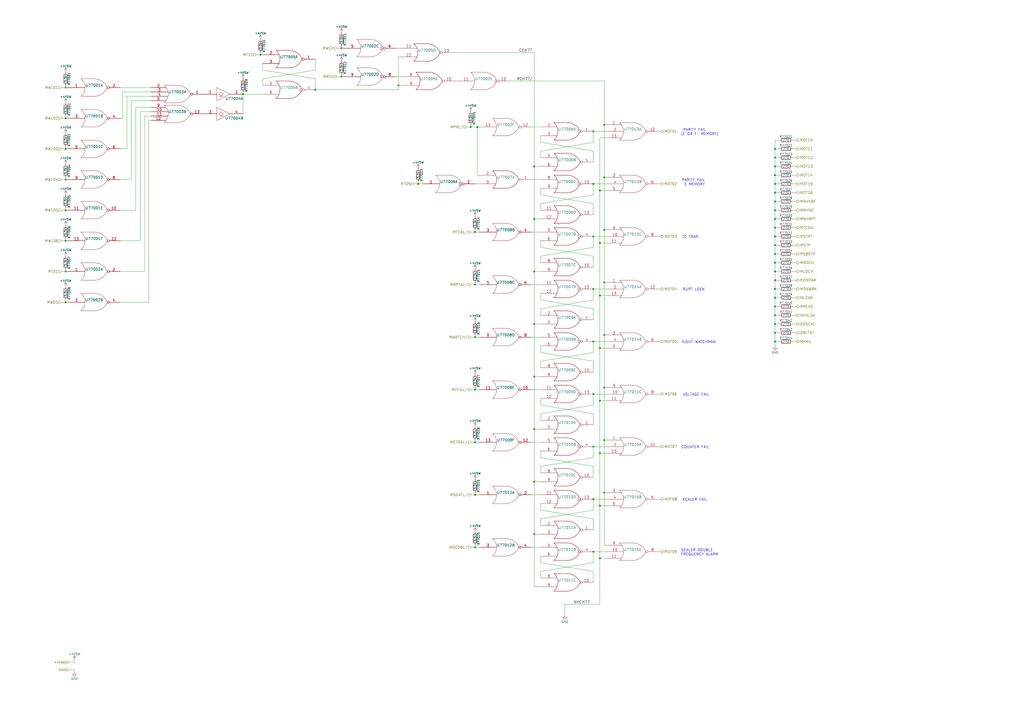
<source format=kicad_sch>
(kicad_sch (version 20211123) (generator eeschema)
  (paper "A2")
  (junction (at 449.58 116.84))
  (junction (at 38.1 139.7))
  (junction (at 449.58 91.44))
  (junction (at 449.58 106.68))
  (junction (at 151.13 31.75))
  (junction (at 347.98 262.89))
  (junction (at 449.58 167.64))
  (junction (at 140.97 54.61))
  (junction (at 347.98 323.85))
  (junction (at 231.14 49.53))
  (junction (at 275.59 226.06))
  (junction (at 449.58 86.36))
  (junction (at 449.58 177.8))
  (junction (at 275.59 165.1))
  (junction (at 449.58 187.96))
  (junction (at 309.88 127))
  (junction (at 344.17 259.08))
  (junction (at 350.52 163.83))
  (junction (at 449.58 147.32))
  (junction (at 242.57 106.68))
  (junction (at 275.59 195.58))
  (junction (at 350.52 285.75))
  (junction (at 449.58 152.4))
  (junction (at 309.88 309.88))
  (junction (at 449.58 162.56))
  (junction (at 38.1 121.92))
  (junction (at 309.88 279.4))
  (junction (at 198.12 27.94))
  (junction (at 449.58 96.52))
  (junction (at 449.58 198.12))
  (junction (at 38.1 86.36))
  (junction (at 449.58 182.88))
  (junction (at 449.58 121.92))
  (junction (at 344.17 198.12))
  (junction (at 449.58 111.76))
  (junction (at 38.1 157.48))
  (junction (at 449.58 101.6))
  (junction (at 38.1 50.8))
  (junction (at 309.88 187.96))
  (junction (at 350.52 102.87))
  (junction (at 344.17 320.04))
  (junction (at 38.1 68.58))
  (junction (at 347.98 293.37))
  (junction (at 344.17 137.16))
  (junction (at 347.98 201.93))
  (junction (at 182.88 52.07))
  (junction (at 38.1 104.14))
  (junction (at 347.98 140.97))
  (junction (at 350.52 133.35))
  (junction (at 198.12 44.45))
  (junction (at 344.17 289.56))
  (junction (at 309.88 248.92))
  (junction (at 449.58 137.16))
  (junction (at 275.59 134.62))
  (junction (at 449.58 142.24))
  (junction (at 344.17 228.6))
  (junction (at 276.86 73.66))
  (junction (at 347.98 171.45))
  (junction (at 344.17 106.68))
  (junction (at 347.98 110.49))
  (junction (at 350.52 224.79))
  (junction (at 344.17 167.64))
  (junction (at 273.05 73.66))
  (junction (at 449.58 127))
  (junction (at 275.59 287.02))
  (junction (at 449.58 157.48))
  (junction (at 309.88 96.52))
  (junction (at 449.58 172.72))
  (junction (at 344.17 76.2))
  (junction (at 309.88 157.48))
  (junction (at 350.52 255.27))
  (junction (at 275.59 256.54))
  (junction (at 449.58 132.08))
  (junction (at 347.98 232.41))
  (junction (at 309.88 218.44))
  (junction (at 449.58 193.04))
  (junction (at 275.59 317.5))
  (junction (at 38.1 175.26))
  (junction (at 350.52 72.39))
  (junction (at 350.52 194.31))
  (wire (pts (xy 71.12 68.58) (xy 71.12 53.34)))
  (wire (pts (xy 275.59 317.5) (xy 275.59 316.23)))
  (wire (pts (xy 462.28 137.16) (xy 459.74 137.16)))
  (wire (pts (xy 275.59 134.62) (xy 278.13 134.62)))
  (wire (pts (xy 313.69 82.55) (xy 313.69 78.74)))
  (wire (pts (xy 270.51 73.66) (xy 273.05 73.66)))
  (wire (pts (xy 449.58 106.68) (xy 449.58 111.76)))
  (wire (pts (xy 38.1 120.65) (xy 38.1 121.92)))
  (wire (pts (xy 452.12 177.8) (xy 449.58 177.8)))
  (wire (pts (xy 327.66 356.87) (xy 327.66 350.52)))
  (wire (pts (xy 344.17 270.51) (xy 313.69 265.43)))
  (wire (pts (xy 452.12 137.16) (xy 449.58 137.16)))
  (wire (pts (xy 309.88 127) (xy 313.69 127)))
  (wire (pts (xy 344.17 173.99) (xy 313.69 179.07)))
  (wire (pts (xy 71.12 53.34) (xy 87.63 53.34)))
  (wire (pts (xy 344.17 106.68) (xy 344.17 113.03)))
  (wire (pts (xy 351.79 137.16) (xy 344.17 137.16)))
  (wire (pts (xy 344.17 148.59) (xy 313.69 143.51)))
  (wire (pts (xy 350.52 316.23) (xy 351.79 316.23)))
  (wire (pts (xy 344.17 204.47) (xy 313.69 209.55)))
  (wire (pts (xy 347.98 201.93) (xy 347.98 171.45)))
  (wire (pts (xy 347.98 323.85) (xy 351.79 323.85)))
  (wire (pts (xy 347.98 171.45) (xy 347.98 140.97)))
  (wire (pts (xy 276.86 101.6) (xy 276.86 73.66)))
  (wire (pts (xy 313.69 148.59) (xy 313.69 152.4)))
  (wire (pts (xy 449.58 116.84) (xy 449.58 121.92)))
  (wire (pts (xy 351.79 289.56) (xy 344.17 289.56)))
  (wire (pts (xy 152.4 40.64) (xy 152.4 36.83)))
  (wire (pts (xy 452.12 152.4) (xy 449.58 152.4)))
  (wire (pts (xy 462.28 101.6) (xy 459.74 101.6)))
  (wire (pts (xy 313.69 143.51) (xy 313.69 139.7)))
  (wire (pts (xy 383.54 289.56) (xy 382.27 289.56)))
  (wire (pts (xy 69.85 50.8) (xy 87.63 50.8)))
  (wire (pts (xy 347.98 262.89) (xy 351.79 262.89)))
  (wire (pts (xy 69.85 104.14) (xy 76.2 104.14)))
  (wire (pts (xy 452.12 111.76) (xy 449.58 111.76)))
  (wire (pts (xy 452.12 193.04) (xy 449.58 193.04)))
  (wire (pts (xy 35.56 86.36) (xy 38.1 86.36)))
  (wire (pts (xy 309.88 157.48) (xy 313.69 157.48)))
  (wire (pts (xy 240.03 106.68) (xy 242.57 106.68)))
  (wire (pts (xy 344.17 167.64) (xy 344.17 173.99)))
  (wire (pts (xy 309.88 248.92) (xy 309.88 279.4)))
  (wire (pts (xy 383.54 106.68) (xy 382.27 106.68)))
  (wire (pts (xy 140.97 54.61) (xy 140.97 66.04)))
  (wire (pts (xy 383.54 198.12) (xy 382.27 198.12)))
  (wire (pts (xy 462.28 157.48) (xy 459.74 157.48)))
  (wire (pts (xy 344.17 124.46) (xy 344.17 118.11)))
  (wire (pts (xy 350.52 133.35) (xy 350.52 163.83)))
  (wire (pts (xy 273.05 134.62) (xy 275.59 134.62)))
  (wire (pts (xy 275.59 195.58) (xy 275.59 194.31)))
  (wire (pts (xy 452.12 121.92) (xy 449.58 121.92)))
  (wire (pts (xy 86.36 175.26) (xy 69.85 175.26)))
  (wire (pts (xy 309.88 309.88) (xy 313.69 309.88)))
  (wire (pts (xy 350.52 102.87) (xy 350.52 133.35)))
  (wire (pts (xy 344.17 76.2) (xy 344.17 82.55)))
  (wire (pts (xy 195.58 27.94) (xy 198.12 27.94)))
  (wire (pts (xy 344.17 228.6) (xy 344.17 234.95)))
  (wire (pts (xy 344.17 234.95) (xy 313.69 240.03)))
  (wire (pts (xy 35.56 121.92) (xy 38.1 121.92)))
  (wire (pts (xy 313.69 265.43) (xy 313.69 261.62)))
  (wire (pts (xy 309.88 157.48) (xy 309.88 187.96)))
  (wire (pts (xy 140.97 54.61) (xy 152.4 54.61)))
  (wire (pts (xy 198.12 27.94) (xy 198.12 26.67)))
  (wire (pts (xy 344.17 82.55) (xy 313.69 87.63)))
  (wire (pts (xy 38.1 68.58) (xy 39.37 68.58)))
  (wire (pts (xy 462.28 182.88) (xy 459.74 182.88)))
  (wire (pts (xy 347.98 110.49) (xy 351.79 110.49)))
  (wire (pts (xy 449.58 193.04) (xy 449.58 198.12)))
  (wire (pts (xy 83.82 157.48) (xy 83.82 67.31)))
  (wire (pts (xy 452.12 157.48) (xy 449.58 157.48)))
  (wire (pts (xy 462.28 111.76) (xy 459.74 111.76)))
  (wire (pts (xy 462.28 142.24) (xy 459.74 142.24)))
  (wire (pts (xy 232.41 33.02) (xy 231.14 33.02)))
  (wire (pts (xy 69.85 121.92) (xy 78.74 121.92)))
  (wire (pts (xy 308.61 226.06) (xy 313.69 226.06)))
  (wire (pts (xy 350.52 285.75) (xy 351.79 285.75)))
  (wire (pts (xy 347.98 323.85) (xy 347.98 293.37)))
  (wire (pts (xy 344.17 215.9) (xy 344.17 209.55)))
  (wire (pts (xy 347.98 80.01) (xy 351.79 80.01)))
  (wire (pts (xy 452.12 106.68) (xy 449.58 106.68)))
  (wire (pts (xy 449.58 96.52) (xy 449.58 101.6)))
  (wire (pts (xy 344.17 289.56) (xy 344.17 295.91)))
  (wire (pts (xy 452.12 101.6) (xy 449.58 101.6)))
  (wire (pts (xy 313.69 87.63) (xy 313.69 91.44)))
  (wire (pts (xy 344.17 240.03) (xy 313.69 234.95)))
  (wire (pts (xy 350.52 72.39) (xy 350.52 102.87)))
  (wire (pts (xy 344.17 307.34) (xy 344.17 300.99)))
  (wire (pts (xy 76.2 58.42) (xy 87.63 58.42)))
  (wire (pts (xy 309.88 279.4) (xy 309.88 309.88)))
  (wire (pts (xy 198.12 44.45) (xy 199.39 44.45)))
  (wire (pts (xy 462.28 147.32) (xy 459.74 147.32)))
  (wire (pts (xy 462.28 86.36) (xy 459.74 86.36)))
  (wire (pts (xy 344.17 209.55) (xy 313.69 204.47)))
  (wire (pts (xy 275.59 287.02) (xy 278.13 287.02)))
  (wire (pts (xy 350.52 194.31) (xy 351.79 194.31)))
  (wire (pts (xy 350.52 46.99) (xy 350.52 72.39)))
  (wire (pts (xy 327.66 350.52) (xy 347.98 350.52)))
  (wire (pts (xy 309.88 187.96) (xy 313.69 187.96)))
  (wire (pts (xy 383.54 167.64) (xy 382.27 167.64)))
  (wire (pts (xy 350.52 224.79) (xy 351.79 224.79)))
  (wire (pts (xy 313.69 234.95) (xy 313.69 231.14)))
  (wire (pts (xy 344.17 326.39) (xy 313.69 331.47)))
  (wire (pts (xy 231.14 49.53) (xy 231.14 52.07)))
  (wire (pts (xy 313.69 113.03) (xy 313.69 109.22)))
  (wire (pts (xy 449.58 91.44) (xy 449.58 96.52)))
  (wire (pts (xy 140.97 53.34) (xy 140.97 54.61)))
  (wire (pts (xy 452.12 116.84) (xy 449.58 116.84)))
  (wire (pts (xy 344.17 295.91) (xy 313.69 300.99)))
  (wire (pts (xy 449.58 152.4) (xy 449.58 157.48)))
  (wire (pts (xy 351.79 228.6) (xy 344.17 228.6)))
  (wire (pts (xy 449.58 132.08) (xy 449.58 137.16)))
  (wire (pts (xy 278.13 101.6) (xy 276.86 101.6)))
  (wire (pts (xy 39.37 388.62) (xy 43.18 388.62)))
  (wire (pts (xy 38.1 175.26) (xy 39.37 175.26)))
  (wire (pts (xy 351.79 106.68) (xy 344.17 106.68)))
  (wire (pts (xy 344.17 259.08) (xy 344.17 265.43)))
  (wire (pts (xy 73.66 86.36) (xy 73.66 55.88)))
  (wire (pts (xy 38.1 139.7) (xy 39.37 139.7)))
  (wire (pts (xy 350.52 163.83) (xy 351.79 163.83)))
  (wire (pts (xy 344.17 87.63) (xy 313.69 82.55)))
  (wire (pts (xy 351.79 320.04) (xy 344.17 320.04)))
  (wire (pts (xy 198.12 27.94) (xy 199.39 27.94)))
  (wire (pts (xy 276.86 73.66) (xy 278.13 73.66)))
  (wire (pts (xy 347.98 262.89) (xy 347.98 232.41)))
  (wire (pts (xy 350.52 194.31) (xy 350.52 224.79)))
  (wire (pts (xy 309.88 127) (xy 309.88 157.48)))
  (wire (pts (xy 275.59 195.58) (xy 278.13 195.58)))
  (wire (pts (xy 462.28 96.52) (xy 459.74 96.52)))
  (wire (pts (xy 43.18 384.175) (xy 43.18 382.905)))
  (wire (pts (xy 273.05 165.1) (xy 275.59 165.1)))
  (wire (pts (xy 35.56 104.14) (xy 38.1 104.14)))
  (wire (pts (xy 151.13 31.75) (xy 151.13 30.48)))
  (wire (pts (xy 275.59 165.1) (xy 278.13 165.1)))
  (wire (pts (xy 87.63 69.85) (xy 86.36 69.85)))
  (wire (pts (xy 275.59 134.62) (xy 275.59 133.35)))
  (wire (pts (xy 198.12 44.45) (xy 198.12 43.18)))
  (wire (pts (xy 449.58 177.8) (xy 449.58 182.88)))
  (wire (pts (xy 38.1 138.43) (xy 38.1 139.7)))
  (wire (pts (xy 313.69 118.11) (xy 313.69 121.92)))
  (wire (pts (xy 309.88 309.88) (xy 309.88 340.36)))
  (wire (pts (xy 273.05 195.58) (xy 275.59 195.58)))
  (wire (pts (xy 313.69 240.03) (xy 313.69 243.84)))
  (wire (pts (xy 38.1 156.21) (xy 38.1 157.48)))
  (wire (pts (xy 462.28 121.92) (xy 459.74 121.92)))
  (wire (pts (xy 308.61 195.58) (xy 313.69 195.58)))
  (wire (pts (xy 452.12 167.64) (xy 449.58 167.64)))
  (wire (pts (xy 449.58 127) (xy 449.58 132.08)))
  (wire (pts (xy 351.79 167.64) (xy 344.17 167.64)))
  (wire (pts (xy 344.17 179.07) (xy 313.69 173.99)))
  (wire (pts (xy 351.79 259.08) (xy 344.17 259.08)))
  (wire (pts (xy 43.18 388.62) (xy 43.18 389.89)))
  (wire (pts (xy 350.52 285.75) (xy 350.52 316.23)))
  (wire (pts (xy 383.54 76.2) (xy 382.27 76.2)))
  (wire (pts (xy 275.59 256.54) (xy 275.59 255.27)))
  (wire (pts (xy 452.12 182.88) (xy 449.58 182.88)))
  (wire (pts (xy 38.1 67.31) (xy 38.1 68.58)))
  (wire (pts (xy 449.58 101.6) (xy 449.58 106.68)))
  (wire (pts (xy 344.17 265.43) (xy 313.69 270.51)))
  (wire (pts (xy 273.05 73.66) (xy 276.86 73.66)))
  (wire (pts (xy 462.28 177.8) (xy 459.74 177.8)))
  (wire (pts (xy 313.69 270.51) (xy 313.69 274.32)))
  (wire (pts (xy 313.69 326.39) (xy 313.69 322.58)))
  (wire (pts (xy 452.12 96.52) (xy 449.58 96.52)))
  (wire (pts (xy 452.12 132.08) (xy 449.58 132.08)))
  (wire (pts (xy 76.2 104.14) (xy 76.2 58.42)))
  (wire (pts (xy 452.12 198.12) (xy 449.58 198.12)))
  (wire (pts (xy 308.61 287.02) (xy 313.69 287.02)))
  (wire (pts (xy 308.61 73.66) (xy 313.69 73.66)))
  (wire (pts (xy 462.28 187.96) (xy 459.74 187.96)))
  (wire (pts (xy 262.89 30.48) (xy 309.88 30.48)))
  (wire (pts (xy 344.17 76.2) (xy 351.79 76.2)))
  (wire (pts (xy 462.28 167.64) (xy 459.74 167.64)))
  (wire (pts (xy 182.88 34.29) (xy 182.88 40.64)))
  (wire (pts (xy 309.88 30.48) (xy 309.88 96.52)))
  (wire (pts (xy 309.88 96.52) (xy 313.69 96.52)))
  (wire (pts (xy 38.1 157.48) (xy 39.37 157.48)))
  (wire (pts (xy 313.69 331.47) (xy 313.69 335.28)))
  (wire (pts (xy 462.28 91.44) (xy 459.74 91.44)))
  (wire (pts (xy 313.69 300.99) (xy 313.69 304.8)))
  (wire (pts (xy 350.52 255.27) (xy 351.79 255.27)))
  (wire (pts (xy 350.52 224.79) (xy 350.52 255.27)))
  (wire (pts (xy 344.17 118.11) (xy 313.69 113.03)))
  (wire (pts (xy 38.1 86.36) (xy 39.37 86.36)))
  (wire (pts (xy 449.58 162.56) (xy 449.58 167.64)))
  (wire (pts (xy 273.05 256.54) (xy 275.59 256.54)))
  (wire (pts (xy 462.28 127) (xy 459.74 127)))
  (wire (pts (xy 449.58 198.12) (xy 449.58 200.66)))
  (wire (pts (xy 383.54 137.16) (xy 382.27 137.16)))
  (wire (pts (xy 347.98 350.52) (xy 347.98 323.85)))
  (wire (pts (xy 452.12 91.44) (xy 449.58 91.44)))
  (wire (pts (xy 232.41 27.94) (xy 229.87 27.94)))
  (wire (pts (xy 462.28 162.56) (xy 459.74 162.56)))
  (wire (pts (xy 83.82 67.31) (xy 87.63 67.31)))
  (wire (pts (xy 344.17 198.12) (xy 344.17 204.47)))
  (wire (pts (xy 344.17 143.51) (xy 313.69 148.59)))
  (wire (pts (xy 347.98 140.97) (xy 347.98 110.49)))
  (wire (pts (xy 350.52 133.35) (xy 351.79 133.35)))
  (wire (pts (xy 309.88 279.4) (xy 313.69 279.4)))
  (wire (pts (xy 308.61 165.1) (xy 313.69 165.1)))
  (wire (pts (xy 452.12 127) (xy 449.58 127)))
  (wire (pts (xy 273.05 226.06) (xy 275.59 226.06)))
  (wire (pts (xy 452.12 162.56) (xy 449.58 162.56)))
  (wire (pts (xy 78.74 121.92) (xy 78.74 62.23)))
  (wire (pts (xy 273.05 73.66) (xy 273.05 72.39)))
  (wire (pts (xy 273.05 317.5) (xy 275.59 317.5)))
  (wire (pts (xy 452.12 142.24) (xy 449.58 142.24)))
  (wire (pts (xy 81.28 139.7) (xy 81.28 64.77)))
  (wire (pts (xy 38.1 85.09) (xy 38.1 86.36)))
  (wire (pts (xy 449.58 81.28) (xy 449.58 86.36)))
  (wire (pts (xy 344.17 185.42) (xy 344.17 179.07)))
  (wire (pts (xy 308.61 256.54) (xy 313.69 256.54)))
  (wire (pts (xy 347.98 140.97) (xy 351.79 140.97)))
  (wire (pts (xy 449.58 121.92) (xy 449.58 127)))
  (wire (pts (xy 275.59 256.54) (xy 278.13 256.54)))
  (wire (pts (xy 347.98 293.37) (xy 347.98 262.89)))
  (wire (pts (xy 308.61 134.62) (xy 313.69 134.62)))
  (wire (pts (xy 449.58 86.36) (xy 449.58 91.44)))
  (wire (pts (xy 35.56 175.26) (xy 38.1 175.26)))
  (wire (pts (xy 38.1 49.53) (xy 38.1 50.8)))
  (wire (pts (xy 35.56 139.7) (xy 38.1 139.7)))
  (wire (pts (xy 462.28 152.4) (xy 459.74 152.4)))
  (wire (pts (xy 344.17 320.04) (xy 344.17 326.39)))
  (wire (pts (xy 308.61 104.14) (xy 313.69 104.14)))
  (wire (pts (xy 231.14 52.07) (xy 182.88 52.07)))
  (wire (pts (xy 151.13 31.75) (xy 152.4 31.75)))
  (wire (pts (xy 69.85 68.58) (xy 71.12 68.58)))
  (wire (pts (xy 344.17 93.98) (xy 344.17 87.63)))
  (wire (pts (xy 38.1 121.92) (xy 39.37 121.92)))
  (wire (pts (xy 383.54 320.04) (xy 382.27 320.04)))
  (wire (pts (xy 275.59 226.06) (xy 278.13 226.06)))
  (wire (pts (xy 347.98 232.41) (xy 351.79 232.41)))
  (wire (pts (xy 69.85 139.7) (xy 81.28 139.7)))
  (wire (pts (xy 309.88 248.92) (xy 313.69 248.92)))
  (wire (pts (xy 229.87 44.45) (xy 233.68 44.45)))
  (wire (pts (xy 344.17 300.99) (xy 313.69 295.91)))
  (wire (pts (xy 264.16 46.99) (xy 265.43 46.99)))
  (wire (pts (xy 452.12 187.96) (xy 449.58 187.96)))
  (wire (pts (xy 313.69 173.99) (xy 313.69 170.18)))
  (wire (pts (xy 275.59 226.06) (xy 275.59 224.79)))
  (wire (pts (xy 78.74 62.23) (xy 87.63 62.23)))
  (wire (pts (xy 231.14 49.53) (xy 233.68 49.53)))
  (wire (pts (xy 295.91 46.99) (xy 350.52 46.99)))
  (wire (pts (xy 462.28 198.12) (xy 459.74 198.12)))
  (wire (pts (xy 449.58 182.88) (xy 449.58 187.96)))
  (wire (pts (xy 350.52 163.83) (xy 350.52 194.31)))
  (wire (pts (xy 273.05 287.02) (xy 275.59 287.02)))
  (wire (pts (xy 313.69 204.47) (xy 313.69 200.66)))
  (wire (pts (xy 275.59 287.02) (xy 275.59 285.75)))
  (wire (pts (xy 344.17 154.94) (xy 344.17 148.59)))
  (wire (pts (xy 182.88 40.64) (xy 152.4 45.72)))
  (wire (pts (xy 242.57 106.68) (xy 245.11 106.68)))
  (wire (pts (xy 242.57 106.68) (xy 242.57 105.41)))
  (wire (pts (xy 344.17 276.86) (xy 344.17 270.51)))
  (wire (pts (xy 309.88 96.52) (xy 309.88 127)))
  (wire (pts (xy 351.79 198.12) (xy 344.17 198.12)))
  (wire (pts (xy 69.85 157.48) (xy 83.82 157.48)))
  (wire (pts (xy 350.52 102.87) (xy 351.79 102.87)))
  (wire (pts (xy 347.98 201.93) (xy 351.79 201.93)))
  (wire (pts (xy 452.12 86.36) (xy 449.58 86.36)))
  (wire (pts (xy 275.59 317.5) (xy 278.13 317.5)))
  (wire (pts (xy 449.58 187.96) (xy 449.58 193.04)))
  (wire (pts (xy 344.17 137.16) (xy 344.17 143.51)))
  (wire (pts (xy 35.56 50.8) (xy 38.1 50.8)))
  (wire (pts (xy 347.98 171.45) (xy 351.79 171.45)))
  (wire (pts (xy 347.98 110.49) (xy 347.98 80.01)))
  (wire (pts (xy 69.85 86.36) (xy 73.66 86.36)))
  (wire (pts (xy 344.17 246.38) (xy 344.17 240.03)))
  (wire (pts (xy 347.98 293.37) (xy 351.79 293.37)))
  (wire (pts (xy 35.56 68.58) (xy 38.1 68.58)))
  (wire (pts (xy 344.17 331.47) (xy 313.69 326.39)))
  (wire (pts (xy 39.37 384.175) (xy 43.18 384.175)))
  (wire (pts (xy 148.59 31.75) (xy 151.13 31.75)))
  (wire (pts (xy 182.88 52.07) (xy 182.88 45.72)))
  (wire (pts (xy 231.14 33.02) (xy 231.14 49.53)))
  (wire (pts (xy 383.54 259.08) (xy 382.27 259.08)))
  (wire (pts (xy 38.1 102.87) (xy 38.1 104.14)))
  (wire (pts (xy 452.12 172.72) (xy 449.58 172.72)))
  (wire (pts (xy 195.58 44.45) (xy 198.12 44.45)))
  (wire (pts (xy 452.12 147.32) (xy 449.58 147.32)))
  (wire (pts (xy 449.58 172.72) (xy 449.58 177.8)))
  (wire (pts (xy 462.28 81.28) (xy 459.74 81.28)))
  (wire (pts (xy 313.69 209.55) (xy 313.69 213.36)))
  (wire (pts (xy 347.98 232.41) (xy 347.98 201.93)))
  (wire (pts (xy 152.4 45.72) (xy 152.4 49.53)))
  (wire (pts (xy 313.69 295.91) (xy 313.69 292.1)))
  (wire (pts (xy 275.59 106.68) (xy 278.13 106.68)))
  (wire (pts (xy 313.69 179.07) (xy 313.69 182.88)))
  (wire (pts (xy 449.58 147.32) (xy 449.58 152.4)))
  (wire (pts (xy 81.28 64.77) (xy 87.63 64.77)))
  (wire (pts (xy 73.66 55.88) (xy 87.63 55.88)))
  (wire (pts (xy 449.58 137.16) (xy 449.58 142.24)))
  (wire (pts (xy 452.12 81.28) (xy 449.58 81.28)))
  (wire (pts (xy 38.1 104.14) (xy 39.37 104.14)))
  (wire (pts (xy 462.28 116.84) (xy 459.74 116.84)))
  (wire (pts (xy 344.17 113.03) (xy 313.69 118.11)))
  (wire (pts (xy 449.58 111.76) (xy 449.58 116.84)))
  (wire (pts (xy 449.58 142.24) (xy 449.58 147.32)))
  (wire (pts (xy 309.88 218.44) (xy 309.88 248.92)))
  (wire (pts (xy 86.36 69.85) (xy 86.36 175.26)))
  (wire (pts (xy 309.88 340.36) (xy 313.69 340.36)))
  (wire (pts (xy 350.52 255.27) (xy 350.52 285.75)))
  (wire (pts (xy 449.58 157.48) (xy 449.58 162.56)))
  (wire (pts (xy 182.88 45.72) (xy 152.4 40.64)))
  (wire (pts (xy 275.59 165.1) (xy 275.59 163.83)))
  (wire (pts (xy 38.1 50.8) (xy 39.37 50.8)))
  (wire (pts (xy 309.88 187.96) (xy 309.88 218.44)))
  (wire (pts (xy 383.54 228.6) (xy 382.27 228.6)))
  (wire (pts (xy 35.56 157.48) (xy 38.1 157.48)))
  (wire (pts (xy 462.28 106.68) (xy 459.74 106.68)))
  (wire (pts (xy 449.58 167.64) (xy 449.58 172.72)))
  (wire (pts (xy 309.88 218.44) (xy 313.69 218.44)))
  (wire (pts (xy 462.28 132.08) (xy 459.74 132.08)))
  (wire (pts (xy 462.28 172.72) (xy 459.74 172.72)))
  (wire (pts (xy 38.1 173.99) (xy 38.1 175.26)))
  (wire (pts (xy 308.61 317.5) (xy 313.69 317.5)))
  (wire (pts (xy 462.28 193.04) (xy 459.74 193.04)))
  (wire (pts (xy 344.17 337.82) (xy 344.17 331.47)))
  (wire (pts (xy 350.52 72.39) (xy 351.79 72.39)))
  (text "TC TRAP" (at 405.13 138.43 180) (effects (font (size 1.524 1.524)) (justify right bottom)))
  (text "SCALER FAIL" (at 410.21 290.83 180) (effects (font (size 1.524 1.524)) (justify right bottom)))
  (text " PARITY FAIL\n(E OR F  MEMORY)" (at 394.97 78.74 0) (effects (font (size 1.524 1.524)) (justify left bottom)))
  (text "COUNTER FAIL" (at 411.48 260.35 180) (effects (font (size 1.524 1.524)) (justify right bottom)))
  (text "VOLTAGE FAIL" (at 411.48 229.87 180) (effects (font (size 1.524 1.524)) (justify right bottom)))
  (text "RUPT LOCK" (at 408.94 168.91 180) (effects (font (size 1.524 1.524)) (justify right bottom)))
  (text "SCALER DOUBLE\nFREQUENCY ALARM" (at 394.97 322.58 0) (effects (font (size 1.524 1.524)) (justify left bottom)))
  (text "PARITY FAIL\n E MEMORY" (at 408.94 107.95 180) (effects (font (size 1.524 1.524)) (justify right bottom)))
  (text "NIGHT WATCHMAN" (at 415.29 199.39 180) (effects (font (size 1.524 1.524)) (justify right bottom)))
  (label "NHCH77" (at 332.74 350.52 0) (effects (font (size 1.524 1.524))))
  (label "CCH77" (at 300.99 30.48 0) (effects (font (size 1.524 1.524))))
  (label "RCH77/" (at 299.72 46.99 0) (effects (font (size 1.524 1.524))))
  (hierarchical_label "MSCAFL/" (shape input) (at 273.05 287.02 180) (effects (font (size 1.524 1.524))))
  (hierarchical_label "MDT04" (shape output) (at 383.54 167.64 0) (effects (font (size 1.524 1.524))))
  (hierarchical_label "GND" (shape passive) (at 39.37 388.62 180))
  (hierarchical_label "MONPAR" (shape output) (at 462.28 162.56 0) (effects (font (size 1.524 1.524))))
  (hierarchical_label "MONWBK" (shape output) (at 462.28 167.64 0) (effects (font (size 1.524 1.524))))
  (hierarchical_label "MREAD" (shape output) (at 462.28 177.8 0) (effects (font (size 1.524 1.524))))
  (hierarchical_label "NHALGA" (shape output) (at 462.28 182.88 0) (effects (font (size 1.524 1.524))))
  (hierarchical_label "MAMU" (shape output) (at 462.28 198.12 0) (effects (font (size 1.524 1.524))))
  (hierarchical_label "MWL05" (shape input) (at 35.56 121.92 180) (effects (font (size 1.524 1.524))))
  (hierarchical_label "MDT02" (shape output) (at 383.54 106.68 0) (effects (font (size 1.524 1.524))))
  (hierarchical_label "MT12" (shape input) (at 148.59 31.75 180) (effects (font (size 1.524 1.524))))
  (hierarchical_label "MWL04" (shape input) (at 35.56 104.14 180) (effects (font (size 1.524 1.524))))
  (hierarchical_label "MRPTAL/" (shape input) (at 273.05 165.1 180) (effects (font (size 1.524 1.524))))
  (hierarchical_label "MWL03" (shape input) (at 35.56 86.36 180) (effects (font (size 1.524 1.524))))
  (hierarchical_label "MSTRT" (shape output) (at 462.28 137.16 0) (effects (font (size 1.524 1.524))))
  (hierarchical_label "MCTRAL/" (shape input) (at 273.05 256.54 180) (effects (font (size 1.524 1.524))))
  (hierarchical_label "MNHRPT" (shape output) (at 462.28 127 0) (effects (font (size 1.524 1.524))))
  (hierarchical_label "MRCH" (shape input) (at 195.58 44.45 180) (effects (font (size 1.524 1.524))))
  (hierarchical_label "MDT14" (shape output) (at 462.28 101.6 0) (effects (font (size 1.524 1.524))))
  (hierarchical_label "MDT11" (shape output) (at 462.28 86.36 0) (effects (font (size 1.524 1.524))))
  (hierarchical_label "DOSCAL" (shape output) (at 462.28 187.96 0) (effects (font (size 1.524 1.524))))
  (hierarchical_label "MWATCH/" (shape input) (at 273.05 195.58 180) (effects (font (size 1.524 1.524))))
  (hierarchical_label "MWCH" (shape input) (at 195.58 27.94 180) (effects (font (size 1.524 1.524))))
  (hierarchical_label "MNHSBF" (shape output) (at 462.28 116.84 0) (effects (font (size 1.524 1.524))))
  (hierarchical_label "MWL02" (shape input) (at 35.56 68.58 180) (effects (font (size 1.524 1.524))))
  (hierarchical_label "MDT05" (shape output) (at 383.54 198.12 0) (effects (font (size 1.524 1.524))))
  (hierarchical_label "MDT01" (shape output) (at 383.54 76.2 0) (effects (font (size 1.524 1.524))))
  (hierarchical_label "MRDCH" (shape output) (at 462.28 152.4 0) (effects (font (size 1.524 1.524))))
  (hierarchical_label "MDT08" (shape output) (at 383.54 289.56 0) (effects (font (size 1.524 1.524))))
  (hierarchical_label "MT01" (shape input) (at 35.56 157.48 180) (effects (font (size 1.524 1.524))))
  (hierarchical_label "MTCAL/" (shape input) (at 273.05 134.62 180) (effects (font (size 1.524 1.524))))
  (hierarchical_label "MDT09" (shape output) (at 383.54 320.04 0) (effects (font (size 1.524 1.524))))
  (hierarchical_label "MSCDBL/" (shape input) (at 273.05 317.5 180) (effects (font (size 1.524 1.524))))
  (hierarchical_label "MSTP" (shape output) (at 462.28 142.24 0) (effects (font (size 1.524 1.524))))
  (hierarchical_label "MNHNC" (shape output) (at 462.28 121.92 0) (effects (font (size 1.524 1.524))))
  (hierarchical_label "MT05" (shape input) (at 240.03 106.68 180) (effects (font (size 1.524 1.524))))
  (hierarchical_label "MTCSAI" (shape output) (at 462.28 132.08 0) (effects (font (size 1.524 1.524))))
  (hierarchical_label "MSBSTP" (shape output) (at 462.28 147.32 0) (effects (font (size 1.524 1.524))))
  (hierarchical_label "MDT13" (shape output) (at 462.28 96.52 0) (effects (font (size 1.524 1.524))))
  (hierarchical_label "MWL01" (shape input) (at 35.56 50.8 180) (effects (font (size 1.524 1.524))))
  (hierarchical_label "MWSG" (shape input) (at 35.56 175.26 180) (effects (font (size 1.524 1.524))))
  (hierarchical_label "DBLTST" (shape output) (at 462.28 193.04 0) (effects (font (size 1.524 1.524))))
  (hierarchical_label "MLDCH" (shape output) (at 462.28 157.48 0) (effects (font (size 1.524 1.524))))
  (hierarchical_label "MPAL/" (shape input) (at 270.51 73.66 180) (effects (font (size 1.524 1.524))))
  (hierarchical_label "MDT06" (shape output) (at 383.54 228.6 0) (effects (font (size 1.524 1.524))))
  (hierarchical_label "+4VSW" (shape passive) (at 39.37 384.175 180))
  (hierarchical_label "MLOAD" (shape output) (at 462.28 172.72 0) (effects (font (size 1.524 1.524))))
  (hierarchical_label "MVFAIL/" (shape input) (at 273.05 226.06 180) (effects (font (size 1.524 1.524))))
  (hierarchical_label "MDT16" (shape output) (at 462.28 111.76 0) (effects (font (size 1.524 1.524))))
  (hierarchical_label "MDT10" (shape output) (at 462.28 81.28 0) (effects (font (size 1.524 1.524))))
  (hierarchical_label "MDT15" (shape output) (at 462.28 106.68 0) (effects (font (size 1.524 1.524))))
  (hierarchical_label "MWL06" (shape input) (at 35.56 139.7 180) (effects (font (size 1.524 1.524))))
  (hierarchical_label "MDT12" (shape output) (at 462.28 91.44 0) (effects (font (size 1.524 1.524))))
  (hierarchical_label "MDT03" (shape output) (at 383.54 137.16 0) (effects (font (size 1.524 1.524))))
  (hierarchical_label "MDT07" (shape output) (at 383.54 259.08 0) (effects (font (size 1.524 1.524))))
  (symbol (lib_id "agc_kicad_components:74HC04") (at 54.61 50.8 0) (unit 1)
    (property "Reference" "U77001" (at 54.61 49.53 0) (effects (font (size 1.524 1.524))))
    (property "Value" "74HC04" (effects hide))
  )
  (symbol (lib_id "ch77_alarm_box-rescue:R-device") (at 38.1 45.72 0)
    (property "Reference" "R77001" (at 40.132 45.72 90))
    (property "Value" "3.3k" (at 38.1 45.72 90))
  )
  (symbol (lib_id "agc_kicad_components:+4VSW") (at 38.1 41.91 0) (unit 1)
    (property "Reference" "#PWR03" (effects hide))
    (property "Value" "+4VSW" (at 38.1 38.354 0))
  )
  (symbol (lib_id "agc_kicad_components:74HC04") (at 54.61 68.58 0) (unit 2)
    (property "Reference" "U77001" (at 54.61 67.31 0) (effects (font (size 1.524 1.524))))
    (property "Value" "74HC04" (effects hide))
  )
  (symbol (lib_id "ch77_alarm_box-rescue:R-device") (at 38.1 63.5 0)
    (property "Reference" "R77002" (at 40.132 63.5 90))
    (property "Value" "3.3k" (at 38.1 63.5 90))
  )
  (symbol (lib_id "agc_kicad_components:+4VSW") (at 38.1 59.69 0) (unit 1)
    (property "Reference" "#PWR04" (effects hide))
    (property "Value" "+4VSW" (at 38.1 56.134 0))
  )
  (symbol (lib_id "agc_kicad_components:74HC04") (at 54.61 86.36 0) (unit 3)
    (property "Reference" "U77001" (at 54.61 85.09 0) (effects (font (size 1.524 1.524))))
    (property "Value" "74HC04" (effects hide))
  )
  (symbol (lib_id "ch77_alarm_box-rescue:R-device") (at 38.1 81.28 0)
    (property "Reference" "R77003" (at 40.132 81.28 90))
    (property "Value" "3.3k" (at 38.1 81.28 90))
  )
  (symbol (lib_id "agc_kicad_components:+4VSW") (at 38.1 77.47 0) (unit 1)
    (property "Reference" "#PWR05" (effects hide))
    (property "Value" "+4VSW" (at 38.1 73.914 0))
  )
  (symbol (lib_id "agc_kicad_components:74HC04") (at 54.61 104.14 0) (unit 4)
    (property "Reference" "U77001" (at 54.61 102.87 0) (effects (font (size 1.524 1.524))))
    (property "Value" "74HC04" (effects hide))
  )
  (symbol (lib_id "ch77_alarm_box-rescue:R-device") (at 38.1 99.06 0)
    (property "Reference" "R77004" (at 40.132 99.06 90))
    (property "Value" "3.3k" (at 38.1 99.06 90))
  )
  (symbol (lib_id "agc_kicad_components:+4VSW") (at 38.1 95.25 0) (unit 1)
    (property "Reference" "#PWR06" (effects hide))
    (property "Value" "+4VSW" (at 38.1 91.694 0))
  )
  (symbol (lib_id "agc_kicad_components:74HC04") (at 54.61 121.92 0) (unit 5)
    (property "Reference" "U77001" (at 54.61 120.65 0) (effects (font (size 1.524 1.524))))
    (property "Value" "74HC04" (effects hide))
  )
  (symbol (lib_id "ch77_alarm_box-rescue:R-device") (at 38.1 116.84 0)
    (property "Reference" "R77005" (at 40.132 116.84 90))
    (property "Value" "3.3k" (at 38.1 116.84 90))
  )
  (symbol (lib_id "agc_kicad_components:+4VSW") (at 38.1 113.03 0) (unit 1)
    (property "Reference" "#PWR07" (effects hide))
    (property "Value" "+4VSW" (at 38.1 109.474 0))
  )
  (symbol (lib_id "agc_kicad_components:74HC04") (at 54.61 139.7 0) (unit 6)
    (property "Reference" "U77001" (at 54.61 138.43 0) (effects (font (size 1.524 1.524))))
    (property "Value" "74HC04" (effects hide))
  )
  (symbol (lib_id "ch77_alarm_box-rescue:R-device") (at 38.1 134.62 0)
    (property "Reference" "R77006" (at 40.132 134.62 90))
    (property "Value" "3.3k" (at 38.1 134.62 90))
  )
  (symbol (lib_id "agc_kicad_components:+4VSW") (at 38.1 130.81 0) (unit 1)
    (property "Reference" "#PWR08" (effects hide))
    (property "Value" "+4VSW" (at 38.1 127.254 0))
  )
  (symbol (lib_id "agc_kicad_components:74HC04") (at 54.61 157.48 0) (unit 1)
    (property "Reference" "U77002" (at 54.61 156.21 0) (effects (font (size 1.524 1.524))))
    (property "Value" "74HC04" (effects hide))
  )
  (symbol (lib_id "ch77_alarm_box-rescue:R-device") (at 38.1 152.4 0)
    (property "Reference" "R77007" (at 40.132 152.4 90))
    (property "Value" "3.3k" (at 38.1 152.4 90))
  )
  (symbol (lib_id "agc_kicad_components:+4VSW") (at 38.1 148.59 0) (unit 1)
    (property "Reference" "#PWR09" (effects hide))
    (property "Value" "+4VSW" (at 38.1 145.034 0))
  )
  (symbol (lib_id "agc_kicad_components:74HC04") (at 54.61 175.26 0) (unit 2)
    (property "Reference" "U77002" (at 54.61 173.99 0) (effects (font (size 1.524 1.524))))
    (property "Value" "74HC04" (effects hide))
  )
  (symbol (lib_id "ch77_alarm_box-rescue:R-device") (at 38.1 170.18 0)
    (property "Reference" "R77008" (at 40.132 170.18 90))
    (property "Value" "3.3k" (at 38.1 170.18 90))
  )
  (symbol (lib_id "agc_kicad_components:+4VSW") (at 38.1 166.37 0) (unit 1)
    (property "Reference" "#PWR010" (effects hide))
    (property "Value" "+4VSW" (at 38.1 162.814 0))
  )
  (symbol (lib_id "agc_kicad_components:74HC4002") (at 102.87 54.61 0) (unit 1)
    (property "Reference" "U77003" (at 102.87 53.34 0) (effects (font (size 1.524 1.524))))
    (property "Value" "74HC4002" (effects hide))
  )
  (symbol (lib_id "agc_kicad_components:74HC4002") (at 102.87 66.04 0) (unit 2)
    (property "Reference" "U77003" (at 102.87 64.77 0) (effects (font (size 1.524 1.524))))
    (property "Value" "74HC4002" (effects hide))
  )
  (symbol (lib_id "agc_kicad_components:74LVC07") (at 129.54 66.04 0) (unit 2)
    (property "Reference" "U77004" (at 135.89 68.58 0) (effects (font (size 1.524 1.524))))
    (property "Value" "74LVC07" (effects hide))
  )
  (symbol (lib_id "agc_kicad_components:74LVC07") (at 129.54 54.61 0) (unit 1)
    (property "Reference" "U77004" (at 135.89 57.15 0) (effects (font (size 1.524 1.524))))
    (property "Value" "74LVC07" (effects hide))
  )
  (symbol (lib_id "ch77_alarm_box-rescue:R-device") (at 140.97 49.53 0)
    (property "Reference" "R77009" (at 143.002 49.53 90))
    (property "Value" "3.3k" (at 140.97 49.53 90))
  )
  (symbol (lib_id "agc_kicad_components:+4VSW") (at 140.97 45.72 0) (unit 1)
    (property "Reference" "#PWR011" (effects hide))
    (property "Value" "+4VSW" (at 140.97 42.164 0))
  )
  (symbol (lib_id "agc_kicad_components:74HC02") (at 167.64 34.29 0) (unit 1)
    (property "Reference" "U77005" (at 167.64 33.02 0) (effects (font (size 1.524 1.524))))
    (property "Value" "74HC02" (effects hide))
  )
  (symbol (lib_id "agc_kicad_components:74HC02") (at 167.64 52.07 0) (unit 2)
    (property "Reference" "U77005" (at 167.64 50.8 0) (effects (font (size 1.524 1.524))))
    (property "Value" "74HC02" (effects hide))
    (property "Initial" "1" (at 173.99 52.07 0) (effects (font (size 1.524 1.524) italic)))
  )
  (symbol (lib_id "ch77_alarm_box-rescue:R-device") (at 151.13 26.67 0)
    (property "Reference" "R77010" (at 153.162 26.67 90))
    (property "Value" "3.3k" (at 151.13 26.67 90))
  )
  (symbol (lib_id "agc_kicad_components:+4VSW") (at 151.13 22.86 0) (unit 1)
    (property "Reference" "#PWR012" (effects hide))
    (property "Value" "+4VSW" (at 151.13 19.304 0))
  )
  (symbol (lib_id "agc_kicad_components:74HC02") (at 248.92 46.99 0) (unit 3)
    (property "Reference" "U77005" (at 248.92 45.72 0) (effects (font (size 1.524 1.524))))
    (property "Value" "74HC02" (effects hide))
  )
  (symbol (lib_id "agc_kicad_components:74HC02") (at 247.65 30.48 0) (unit 4)
    (property "Reference" "U77005" (at 247.65 29.21 0) (effects (font (size 1.524 1.524))))
    (property "Value" "74HC02" (effects hide))
  )
  (symbol (lib_id "agc_kicad_components:74HC04") (at 214.63 27.94 0) (unit 3)
    (property "Reference" "U77002" (at 214.63 26.67 0) (effects (font (size 1.524 1.524))))
    (property "Value" "74HC04" (effects hide))
    (property "Initial" "1" (at 220.98 27.94 0) (effects (font (size 1.524 1.524) italic)))
  )
  (symbol (lib_id "agc_kicad_components:74HC04") (at 214.63 44.45 0) (unit 4)
    (property "Reference" "U77002" (at 214.63 43.18 0) (effects (font (size 1.524 1.524))))
    (property "Value" "74HC04" (effects hide))
    (property "Initial" "1" (at 220.98 44.45 0) (effects (font (size 1.524 1.524) italic)))
  )
  (symbol (lib_id "ch77_alarm_box-rescue:R-device") (at 198.12 22.86 0)
    (property "Reference" "R77011" (at 200.152 22.86 90))
    (property "Value" "3.3k" (at 198.12 22.86 90))
  )
  (symbol (lib_id "agc_kicad_components:+4VSW") (at 198.12 19.05 0) (unit 1)
    (property "Reference" "#PWR013" (effects hide))
    (property "Value" "+4VSW" (at 198.12 15.494 0))
  )
  (symbol (lib_id "ch77_alarm_box-rescue:R-device") (at 198.12 39.37 0)
    (property "Reference" "R77012" (at 200.152 39.37 90))
    (property "Value" "3.3k" (at 198.12 39.37 90))
  )
  (symbol (lib_id "agc_kicad_components:+4VSW") (at 198.12 35.56 0) (unit 1)
    (property "Reference" "#PWR014" (effects hide))
    (property "Value" "+4VSW" (at 198.12 32.004 0))
  )
  (symbol (lib_id "agc_kicad_components:74HC04") (at 280.67 46.99 0) (unit 5)
    (property "Reference" "U77002" (at 280.67 45.72 0) (effects (font (size 1.524 1.524))))
    (property "Value" "74HC04" (effects hide))
    (property "Initial" "1" (at 287.02 46.99 0) (effects (font (size 1.524 1.524) italic)))
  )
  (symbol (lib_id "agc_kicad_components:74HC02") (at 328.93 93.98 0) (unit 2)
    (property "Reference" "U77006" (at 328.93 92.71 0) (effects (font (size 1.524 1.524))))
    (property "Value" "74HC02" (effects hide))
  )
  (symbol (lib_id "agc_kicad_components:74HC02") (at 328.93 76.2 0) (unit 1)
    (property "Reference" "U77006" (at 328.93 74.93 0) (effects (font (size 1.524 1.524))))
    (property "Value" "74HC02" (effects hide))
    (property "Initial" "1" (at 335.28 76.2 0) (effects (font (size 1.524 1.524) italic)))
  )
  (symbol (lib_id "agc_kicad_components:74HC04") (at 293.37 73.66 0) (unit 6)
    (property "Reference" "U77002" (at 293.37 72.39 0) (effects (font (size 1.524 1.524))))
    (property "Value" "74HC04" (effects hide))
  )
  (symbol (lib_id "ch77_alarm_box-rescue:R-device") (at 273.05 68.58 0)
    (property "Reference" "R77045" (at 275.082 68.58 90))
    (property "Value" "3.3k" (at 273.05 68.58 90))
  )
  (symbol (lib_id "agc_kicad_components:+4VSW") (at 273.05 64.77 0) (unit 1)
    (property "Reference" "#PWR015" (effects hide))
    (property "Value" "+4VSW" (at 273.05 61.214 0))
  )
  (symbol (lib_id "agc_kicad_components:74HC02") (at 328.93 124.46 0) (unit 4)
    (property "Reference" "U77006" (at 328.93 123.19 0) (effects (font (size 1.524 1.524))))
    (property "Value" "74HC02" (effects hide))
  )
  (symbol (lib_id "agc_kicad_components:74HC02") (at 328.93 106.68 0) (unit 3)
    (property "Reference" "U77006" (at 328.93 105.41 0) (effects (font (size 1.524 1.524))))
    (property "Value" "74HC02" (effects hide))
    (property "Initial" "1" (at 335.28 106.68 0) (effects (font (size 1.524 1.524) italic)))
  )
  (symbol (lib_id "ch77_alarm_box-rescue:R-device") (at 242.57 101.6 0)
    (property "Reference" "R77013" (at 244.602 101.6 90))
    (property "Value" "3.3k" (at 242.57 101.6 90))
  )
  (symbol (lib_id "agc_kicad_components:+4VSW") (at 242.57 97.79 0) (unit 1)
    (property "Reference" "#PWR016" (effects hide))
    (property "Value" "+4VSW" (at 242.57 94.234 0))
  )
  (symbol (lib_id "agc_kicad_components:74HC02") (at 293.37 104.14 0) (unit 1)
    (property "Reference" "U77007" (at 293.37 102.87 0) (effects (font (size 1.524 1.524))))
    (property "Value" "74HC02" (effects hide))
  )
  (symbol (lib_id "agc_kicad_components:74HC04") (at 260.35 106.68 0) (unit 1)
    (property "Reference" "U77008" (at 260.35 105.41 0) (effects (font (size 1.524 1.524))))
    (property "Value" "74HC04" (effects hide))
    (property "Initial" "1" (at 266.7 106.68 0) (effects (font (size 1.524 1.524) italic)))
  )
  (symbol (lib_id "agc_kicad_components:74HC02") (at 328.93 154.94 0) (unit 3)
    (property "Reference" "U77007" (at 328.93 153.67 0) (effects (font (size 1.524 1.524))))
    (property "Value" "74HC02" (effects hide))
  )
  (symbol (lib_id "agc_kicad_components:74HC02") (at 328.93 137.16 0) (unit 2)
    (property "Reference" "U77007" (at 328.93 135.89 0) (effects (font (size 1.524 1.524))))
    (property "Value" "74HC02" (effects hide))
    (property "Initial" "1" (at 335.28 137.16 0) (effects (font (size 1.524 1.524) italic)))
  )
  (symbol (lib_id "agc_kicad_components:74HC04") (at 293.37 134.62 0) (unit 2)
    (property "Reference" "U77008" (at 293.37 133.35 0) (effects (font (size 1.524 1.524))))
    (property "Value" "74HC04" (effects hide))
  )
  (symbol (lib_id "ch77_alarm_box-rescue:R-device") (at 275.59 129.54 0)
    (property "Reference" "R77014" (at 277.622 129.54 90))
    (property "Value" "3.3k" (at 275.59 129.54 90))
  )
  (symbol (lib_id "agc_kicad_components:+4VSW") (at 275.59 125.73 0) (unit 1)
    (property "Reference" "#PWR017" (effects hide))
    (property "Value" "+4VSW" (at 275.59 122.174 0))
  )
  (symbol (lib_id "agc_kicad_components:74HC02") (at 328.93 185.42 0) (unit 1)
    (property "Reference" "U77009" (at 328.93 184.15 0) (effects (font (size 1.524 1.524))))
    (property "Value" "74HC02" (effects hide))
  )
  (symbol (lib_id "agc_kicad_components:74HC02") (at 328.93 167.64 0) (unit 4)
    (property "Reference" "U77007" (at 328.93 166.37 0) (effects (font (size 1.524 1.524))))
    (property "Value" "74HC02" (effects hide))
    (property "Initial" "1" (at 335.28 167.64 0) (effects (font (size 1.524 1.524) italic)))
  )
  (symbol (lib_id "agc_kicad_components:74HC04") (at 293.37 165.1 0) (unit 3)
    (property "Reference" "U77008" (at 293.37 163.83 0) (effects (font (size 1.524 1.524))))
    (property "Value" "74HC04" (effects hide))
  )
  (symbol (lib_id "ch77_alarm_box-rescue:R-device") (at 275.59 160.02 0)
    (property "Reference" "R77015" (at 277.622 160.02 90))
    (property "Value" "3.3k" (at 275.59 160.02 90))
  )
  (symbol (lib_id "agc_kicad_components:+4VSW") (at 275.59 156.21 0) (unit 1)
    (property "Reference" "#PWR018" (effects hide))
    (property "Value" "+4VSW" (at 275.59 152.654 0))
  )
  (symbol (lib_id "agc_kicad_components:74HC02") (at 328.93 215.9 0) (unit 3)
    (property "Reference" "U77009" (at 328.93 214.63 0) (effects (font (size 1.524 1.524))))
    (property "Value" "74HC02" (effects hide))
  )
  (symbol (lib_id "agc_kicad_components:74HC02") (at 328.93 198.12 0) (unit 2)
    (property "Reference" "U77009" (at 328.93 196.85 0) (effects (font (size 1.524 1.524))))
    (property "Value" "74HC02" (effects hide))
    (property "Initial" "1" (at 335.28 198.12 0) (effects (font (size 1.524 1.524) italic)))
  )
  (symbol (lib_id "agc_kicad_components:74HC04") (at 293.37 195.58 0) (unit 4)
    (property "Reference" "U77008" (at 293.37 194.31 0) (effects (font (size 1.524 1.524))))
    (property "Value" "74HC04" (effects hide))
  )
  (symbol (lib_id "ch77_alarm_box-rescue:R-device") (at 275.59 190.5 0)
    (property "Reference" "R77016" (at 277.622 190.5 90))
    (property "Value" "3.3k" (at 275.59 190.5 90))
  )
  (symbol (lib_id "agc_kicad_components:+4VSW") (at 275.59 186.69 0) (unit 1)
    (property "Reference" "#PWR019" (effects hide))
    (property "Value" "+4VSW" (at 275.59 183.134 0))
  )
  (symbol (lib_id "agc_kicad_components:74HC02") (at 328.93 246.38 0) (unit 1)
    (property "Reference" "U77010" (at 328.93 245.11 0) (effects (font (size 1.524 1.524))))
    (property "Value" "74HC02" (effects hide))
  )
  (symbol (lib_id "agc_kicad_components:74HC02") (at 328.93 228.6 0) (unit 4)
    (property "Reference" "U77009" (at 328.93 227.33 0) (effects (font (size 1.524 1.524))))
    (property "Value" "74HC02" (effects hide))
    (property "Initial" "1" (at 335.28 228.6 0) (effects (font (size 1.524 1.524) italic)))
  )
  (symbol (lib_id "agc_kicad_components:74HC04") (at 293.37 226.06 0) (unit 5)
    (property "Reference" "U77008" (at 293.37 224.79 0) (effects (font (size 1.524 1.524))))
    (property "Value" "74HC04" (effects hide))
  )
  (symbol (lib_id "ch77_alarm_box-rescue:R-device") (at 275.59 220.98 0)
    (property "Reference" "R77017" (at 277.622 220.98 90))
    (property "Value" "3.3k" (at 275.59 220.98 90))
  )
  (symbol (lib_id "agc_kicad_components:+4VSW") (at 275.59 217.17 0) (unit 1)
    (property "Reference" "#PWR020" (effects hide))
    (property "Value" "+4VSW" (at 275.59 213.614 0))
  )
  (symbol (lib_id "agc_kicad_components:74HC02") (at 328.93 276.86 0) (unit 3)
    (property "Reference" "U77010" (at 328.93 275.59 0) (effects (font (size 1.524 1.524))))
    (property "Value" "74HC02" (effects hide))
  )
  (symbol (lib_id "agc_kicad_components:74HC02") (at 328.93 259.08 0) (unit 2)
    (property "Reference" "U77010" (at 328.93 257.81 0) (effects (font (size 1.524 1.524))))
    (property "Value" "74HC02" (effects hide))
    (property "Initial" "1" (at 335.28 259.08 0) (effects (font (size 1.524 1.524) italic)))
  )
  (symbol (lib_id "agc_kicad_components:74HC04") (at 293.37 256.54 0) (unit 6)
    (property "Reference" "U77008" (at 293.37 255.27 0) (effects (font (size 1.524 1.524))))
    (property "Value" "74HC04" (effects hide))
  )
  (symbol (lib_id "ch77_alarm_box-rescue:R-device") (at 275.59 251.46 0)
    (property "Reference" "R77018" (at 277.622 251.46 90))
    (property "Value" "3.3k" (at 275.59 251.46 90))
  )
  (symbol (lib_id "agc_kicad_components:+4VSW") (at 275.59 247.65 0) (unit 1)
    (property "Reference" "#PWR021" (effects hide))
    (property "Value" "+4VSW" (at 275.59 244.094 0))
  )
  (symbol (lib_id "agc_kicad_components:74HC02") (at 328.93 307.34 0) (unit 1)
    (property "Reference" "U77011" (at 328.93 306.07 0) (effects (font (size 1.524 1.524))))
    (property "Value" "74HC02" (effects hide))
  )
  (symbol (lib_id "agc_kicad_components:74HC02") (at 328.93 289.56 0) (unit 4)
    (property "Reference" "U77010" (at 328.93 288.29 0) (effects (font (size 1.524 1.524))))
    (property "Value" "74HC02" (effects hide))
    (property "Initial" "1" (at 335.28 289.56 0) (effects (font (size 1.524 1.524) italic)))
  )
  (symbol (lib_id "agc_kicad_components:74HC04") (at 293.37 287.02 0) (unit 1)
    (property "Reference" "U77012" (at 293.37 285.75 0) (effects (font (size 1.524 1.524))))
    (property "Value" "74HC04" (effects hide))
  )
  (symbol (lib_id "ch77_alarm_box-rescue:R-device") (at 275.59 281.94 0)
    (property "Reference" "R77019" (at 277.622 281.94 90))
    (property "Value" "3.3k" (at 275.59 281.94 90))
  )
  (symbol (lib_id "agc_kicad_components:+4VSW") (at 275.59 278.13 0) (unit 1)
    (property "Reference" "#PWR022" (effects hide))
    (property "Value" "+4VSW" (at 275.59 274.574 0))
  )
  (symbol (lib_id "agc_kicad_components:74HC02") (at 328.93 337.82 0) (unit 3)
    (property "Reference" "U77011" (at 328.93 336.55 0) (effects (font (size 1.524 1.524))))
    (property "Value" "74HC02" (effects hide))
  )
  (symbol (lib_id "agc_kicad_components:74HC02") (at 328.93 320.04 0) (unit 2)
    (property "Reference" "U77011" (at 328.93 318.77 0) (effects (font (size 1.524 1.524))))
    (property "Value" "74HC02" (effects hide))
    (property "Initial" "1" (at 335.28 320.04 0) (effects (font (size 1.524 1.524) italic)))
  )
  (symbol (lib_id "agc_kicad_components:74HC04") (at 293.37 317.5 0) (unit 2)
    (property "Reference" "U77012" (at 293.37 316.23 0) (effects (font (size 1.524 1.524))))
    (property "Value" "74HC04" (effects hide))
  )
  (symbol (lib_id "ch77_alarm_box-rescue:R-device") (at 275.59 312.42 0)
    (property "Reference" "R77020" (at 277.622 312.42 90))
    (property "Value" "3.3k" (at 275.59 312.42 90))
  )
  (symbol (lib_id "agc_kicad_components:+4VSW") (at 275.59 308.61 0) (unit 1)
    (property "Reference" "#PWR023" (effects hide))
    (property "Value" "+4VSW" (at 275.59 305.054 0))
  )
  (symbol (lib_id "agc_kicad_components:74HC27") (at 367.03 76.2 0) (unit 1)
    (property "Reference" "U77013" (at 367.03 74.93 0) (effects (font (size 1.524 1.524))))
    (property "Value" "74HC27" (effects hide))
  )
  (symbol (lib_id "agc_kicad_components:74HC27") (at 367.03 106.68 0) (unit 2)
    (property "Reference" "U77013" (at 367.03 105.41 0) (effects (font (size 1.524 1.524))))
    (property "Value" "74HC27" (effects hide))
  )
  (symbol (lib_id "agc_kicad_components:74HC27") (at 367.03 137.16 0) (unit 3)
    (property "Reference" "U77013" (at 367.03 135.89 0) (effects (font (size 1.524 1.524))))
    (property "Value" "74HC27" (effects hide))
  )
  (symbol (lib_id "agc_kicad_components:74HC27") (at 367.03 167.64 0) (unit 1)
    (property "Reference" "U77014" (at 367.03 166.37 0) (effects (font (size 1.524 1.524))))
    (property "Value" "74HC27" (effects hide))
  )
  (symbol (lib_id "agc_kicad_components:74HC27") (at 367.03 198.12 0) (unit 2)
    (property "Reference" "U77014" (at 367.03 196.85 0) (effects (font (size 1.524 1.524))))
    (property "Value" "74HC27" (effects hide))
  )
  (symbol (lib_id "agc_kicad_components:74HC27") (at 367.03 228.6 0) (unit 3)
    (property "Reference" "U77014" (at 367.03 227.33 0) (effects (font (size 1.524 1.524))))
    (property "Value" "74HC27" (effects hide))
  )
  (symbol (lib_id "power:GND") (at 327.66 356.87 0) (unit 1)
    (property "Reference" "#PWR025" (effects hide))
    (property "Value" "GND" (at 327.66 360.68 0))
  )
  (symbol (lib_id "agc_kicad_components:74HC27") (at 367.03 259.08 0) (unit 1)
    (property "Reference" "U77015" (at 367.03 257.81 0) (effects (font (size 1.524 1.524))))
    (property "Value" "74HC27" (effects hide))
  )
  (symbol (lib_id "agc_kicad_components:74HC27") (at 367.03 289.56 0) (unit 2)
    (property "Reference" "U77015" (at 367.03 288.29 0) (effects (font (size 1.524 1.524))))
    (property "Value" "74HC27" (effects hide))
  )
  (symbol (lib_id "agc_kicad_components:74HC27") (at 367.03 320.04 0) (unit 3)
    (property "Reference" "U77015" (at 367.03 318.77 0) (effects (font (size 1.524 1.524))))
    (property "Value" "74HC27" (effects hide))
  )
  (symbol (lib_id "ch77_alarm_box-rescue:R-device") (at 455.93 81.28 90)
    (property "Reference" "R77021" (at 455.93 79.248 90))
    (property "Value" "270" (at 455.93 81.28 90))
  )
  (symbol (lib_id "ch77_alarm_box-rescue:R-device") (at 455.93 86.36 90)
    (property "Reference" "R77022" (at 455.93 84.328 90))
    (property "Value" "270" (at 455.93 86.36 90))
  )
  (symbol (lib_id "ch77_alarm_box-rescue:R-device") (at 455.93 91.44 90)
    (property "Reference" "R77023" (at 455.93 89.408 90))
    (property "Value" "270" (at 455.93 91.44 90))
  )
  (symbol (lib_id "ch77_alarm_box-rescue:R-device") (at 455.93 96.52 90)
    (property "Reference" "R77024" (at 455.93 94.488 90))
    (property "Value" "270" (at 455.93 96.52 90))
  )
  (symbol (lib_id "ch77_alarm_box-rescue:R-device") (at 455.93 101.6 90)
    (property "Reference" "R77025" (at 455.93 99.568 90))
    (property "Value" "270" (at 455.93 101.6 90))
  )
  (symbol (lib_id "ch77_alarm_box-rescue:R-device") (at 455.93 106.68 90)
    (property "Reference" "R77026" (at 455.93 104.648 90))
    (property "Value" "270" (at 455.93 106.68 90))
  )
  (symbol (lib_id "ch77_alarm_box-rescue:R-device") (at 455.93 111.76 90)
    (property "Reference" "R77027" (at 455.93 109.728 90))
    (property "Value" "270" (at 455.93 111.76 90))
  )
  (symbol (lib_id "ch77_alarm_box-rescue:R-device") (at 455.93 116.84 90)
    (property "Reference" "R77028" (at 455.93 114.808 90))
    (property "Value" "270" (at 455.93 116.84 90))
  )
  (symbol (lib_id "ch77_alarm_box-rescue:R-device") (at 455.93 121.92 90)
    (property "Reference" "R77029" (at 455.93 119.888 90))
    (property "Value" "270" (at 455.93 121.92 90))
  )
  (symbol (lib_id "ch77_alarm_box-rescue:R-device") (at 455.93 127 90)
    (property "Reference" "R77030" (at 455.93 124.968 90))
    (property "Value" "270" (at 455.93 127 90))
  )
  (symbol (lib_id "ch77_alarm_box-rescue:R-device") (at 455.93 132.08 90)
    (property "Reference" "R77031" (at 455.93 130.048 90))
    (property "Value" "270" (at 455.93 132.08 90))
  )
  (symbol (lib_id "ch77_alarm_box-rescue:R-device") (at 455.93 137.16 90)
    (property "Reference" "R77032" (at 455.93 135.128 90))
    (property "Value" "270" (at 455.93 137.16 90))
  )
  (symbol (lib_id "ch77_alarm_box-rescue:R-device") (at 455.93 142.24 90)
    (property "Reference" "R77033" (at 455.93 140.208 90))
    (property "Value" "270" (at 455.93 142.24 90))
  )
  (symbol (lib_id "ch77_alarm_box-rescue:R-device") (at 455.93 147.32 90)
    (property "Reference" "R77034" (at 455.93 145.288 90))
    (property "Value" "270" (at 455.93 147.32 90))
  )
  (symbol (lib_id "ch77_alarm_box-rescue:R-device") (at 455.93 152.4 90)
    (property "Reference" "R77035" (at 455.93 150.368 90))
    (property "Value" "270" (at 455.93 152.4 90))
  )
  (symbol (lib_id "ch77_alarm_box-rescue:R-device") (at 455.93 157.48 90)
    (property "Reference" "R77036" (at 455.93 155.448 90))
    (property "Value" "270" (at 455.93 157.48 90))
  )
  (symbol (lib_id "ch77_alarm_box-rescue:R-device") (at 455.93 162.56 90)
    (property "Reference" "R77037" (at 455.93 160.528 90))
    (property "Value" "270" (at 455.93 162.56 90))
  )
  (symbol (lib_id "ch77_alarm_box-rescue:R-device") (at 455.93 167.64 90)
    (property "Reference" "R77038" (at 455.93 165.608 90))
    (property "Value" "270" (at 455.93 167.64 90))
  )
  (symbol (lib_id "ch77_alarm_box-rescue:R-device") (at 455.93 172.72 90)
    (property "Reference" "R77039" (at 455.93 170.688 90))
    (property "Value" "270" (at 455.93 172.72 90))
  )
  (symbol (lib_id "ch77_alarm_box-rescue:R-device") (at 455.93 177.8 90)
    (property "Reference" "R77040" (at 455.93 175.768 90))
    (property "Value" "270" (at 455.93 177.8 90))
  )
  (symbol (lib_id "ch77_alarm_box-rescue:R-device") (at 455.93 182.88 90)
    (property "Reference" "R77041" (at 455.93 180.848 90))
    (property "Value" "270" (at 455.93 182.88 90))
  )
  (symbol (lib_id "ch77_alarm_box-rescue:R-device") (at 455.93 187.96 90)
    (property "Reference" "R77042" (at 455.93 185.928 90))
    (property "Value" "270" (at 455.93 187.96 90))
  )
  (symbol (lib_id "ch77_alarm_box-rescue:R-device") (at 455.93 193.04 90)
    (property "Reference" "R77043" (at 455.93 191.008 90))
    (property "Value" "270" (at 455.93 193.04 90))
  )
  (symbol (lib_id "ch77_alarm_box-rescue:R-device") (at 455.93 198.12 90)
    (property "Reference" "R77044" (at 455.93 196.088 90))
    (property "Value" "270" (at 455.93 198.12 90))
  )
  (symbol (lib_id "power:GND") (at 449.58 200.66 0) (unit 1)
    (property "Reference" "#PWR024" (effects hide))
    (property "Value" "GND" (at 449.58 204.47 0))
  )
  (symbol (lib_id "power:GND") (at 43.18 389.89 0) (unit 1)
    (property "Reference" "#PWR0107" (effects hide))
    (property "Value" "GND" (at 43.18 393.7 0))
  )
  (symbol (lib_id "agc_kicad_components:+4VSW") (at 43.18 382.905 0) (unit 1)
    (property "Reference" "#PWR0108" (effects hide))
    (property "Value" "+4VSW" (at 43.18 379.349 0))
  )
)
</source>
